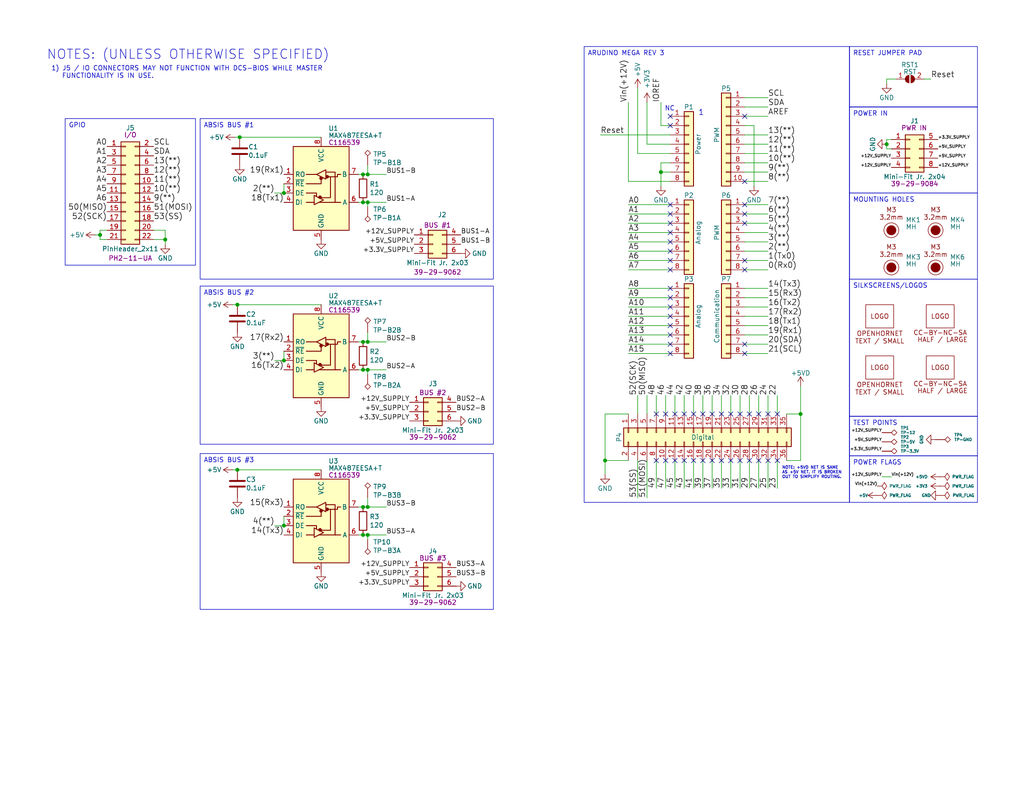
<source format=kicad_sch>
(kicad_sch (version 20231120) (generator "eeschema") (generator_version "8.0")
  (paper "A")
  (title_block (title "ABSIS RS485 Bus Master") (date "2024-10-06") (rev "5.0.0") (company "OpenHornet") (comment 1 "License: CC BY-NC-SA"))
  (junction (at 99.06 93.345))
  (junction (at 27.305 64.135))
  (junction (at 100.33 138.43))
  (junction (at 65.405 37.465))
  (junction (at 100.33 146.05))
  (junction (at 100.33 93.345))
  (junction (at 180.34 46.99))
  (junction (at 99.06 100.965))
  (junction (at 99.06 146.05))
  (junction (at 64.77 128.27))
  (junction (at 77.47 98.425))
  (junction (at 64.77 83.185))
  (junction (at 100.33 47.625))
  (junction (at 77.47 52.705))
  (junction (at 99.06 138.43))
  (junction (at 45.085 65.405))
  (junction (at 165.1 125.73))
  (junction (at 77.47 143.51))
  (junction (at 99.06 55.245))
  (junction (at 218.44 113.03))
  (junction (at 241.935 39.37))
  (junction (at 99.06 47.625))
  (junction (at 100.33 55.245))
  (junction (at 100.33 100.965))
  (no_connect (at 186.69 113.03))
  (no_connect (at 201.93 113.03))
  (no_connect (at 184.15 113.03))
  (no_connect (at 182.88 60.96))
  (no_connect (at 203.2 60.96))
  (no_connect (at 182.88 55.88))
  (no_connect (at 184.15 125.73))
  (no_connect (at 186.69 125.73))
  (no_connect (at 182.88 58.42))
  (no_connect (at 182.88 81.28))
  (no_connect (at 199.39 113.03))
  (no_connect (at 196.85 125.73))
  (no_connect (at 182.88 78.74))
  (no_connect (at 182.88 86.36))
  (no_connect (at 201.93 125.73))
  (no_connect (at 203.2 49.53))
  (no_connect (at 182.88 34.29))
  (no_connect (at 182.88 91.44))
  (no_connect (at 212.09 125.73))
  (no_connect (at 196.85 113.03))
  (no_connect (at 203.2 96.52))
  (no_connect (at 191.77 125.73))
  (no_connect (at 203.2 58.42))
  (no_connect (at 179.07 125.73))
  (no_connect (at 182.88 68.58))
  (no_connect (at 191.77 113.03))
  (no_connect (at 189.23 125.73))
  (no_connect (at 203.2 55.88))
  (no_connect (at 207.01 113.03))
  (no_connect (at 182.88 88.9))
  (no_connect (at 182.88 66.04))
  (no_connect (at 182.88 96.52))
  (no_connect (at 181.61 125.73))
  (no_connect (at 209.55 125.73))
  (no_connect (at 203.2 71.12))
  (no_connect (at 209.55 113.03))
  (no_connect (at 207.01 125.73))
  (no_connect (at 182.88 71.12))
  (no_connect (at 199.39 125.73))
  (no_connect (at 194.31 125.73))
  (no_connect (at 189.23 113.03))
  (no_connect (at 203.2 31.75))
  (no_connect (at 204.47 125.73))
  (no_connect (at 182.88 93.98))
  (no_connect (at 204.47 113.03))
  (no_connect (at 179.07 113.03))
  (no_connect (at 182.88 73.66))
  (no_connect (at 212.09 113.03))
  (no_connect (at 182.88 63.5))
  (no_connect (at 203.2 93.98))
  (no_connect (at 182.88 31.75))
  (no_connect (at 182.88 83.82))
  (no_connect (at 203.2 73.66))
  (no_connect (at 181.61 113.03))
  (no_connect (at 194.31 113.03))
  (wire (pts (xy 27.305 64.135) (xy 27.305 62.865)))
  (wire (pts (xy 203.2 26.67) (xy 209.55 26.67)))
  (wire (pts (xy 97.79 55.245) (xy 99.06 55.245)))
  (wire (pts (xy 203.2 68.58) (xy 209.55 68.58)))
  (wire (pts (xy 171.45 113.03) (xy 165.1 113.03)))
  (wire (pts (xy 203.2 86.36) (xy 209.55 86.36)))
  (wire (pts (xy 100.33 47.625) (xy 105.41 47.625)))
  (wire (pts (xy 209.55 60.96) (xy 203.2 60.96)))
  (wire (pts (xy 97.79 93.345) (xy 99.06 93.345)))
  (wire (pts (xy 171.45 63.5) (xy 182.88 63.5)))
  (wire (pts (xy 182.88 71.12) (xy 171.45 71.12)))
  (wire (pts (xy 100.33 102.235) (xy 100.33 100.965)))
  (wire (pts (xy 100.33 45.085) (xy 100.33 47.625)))
  (wire (pts (xy 97.79 47.625) (xy 99.06 47.625)))
  (wire (pts (xy 182.88 93.98) (xy 171.45 93.98)))
  (wire (pts (xy 99.06 47.625) (xy 100.33 47.625)))
  (wire (pts (xy 176.53 125.73) (xy 176.53 135.89)))
  (wire (pts (xy 182.88 88.9) (xy 171.45 88.9)))
  (wire (pts (xy 203.2 31.75) (xy 209.55 31.75)))
  (wire (pts (xy 163.83 36.83) (xy 182.88 36.83)))
  (wire (pts (xy 212.09 125.73) (xy 212.09 133.35)))
  (wire (pts (xy 100.33 135.89) (xy 100.33 138.43)))
  (wire (pts (xy 186.69 113.03) (xy 186.69 107.95)))
  (wire (pts (xy 41.91 65.405) (xy 45.085 65.405)))
  (wire (pts (xy 209.55 88.9) (xy 203.2 88.9)))
  (wire (pts (xy 209.55 93.98) (xy 203.2 93.98)))
  (wire (pts (xy 181.61 125.73) (xy 181.61 133.35)))
  (wire (pts (xy 203.2 91.44) (xy 209.55 91.44)))
  (wire (pts (xy 171.45 68.58) (xy 182.88 68.58)))
  (wire (pts (xy 194.31 113.03) (xy 194.31 107.95)))
  (wire (pts (xy 182.88 66.04) (xy 171.45 66.04)))
  (wire (pts (xy 171.45 91.44) (xy 182.88 91.44)))
  (wire (pts (xy 241.935 40.64) (xy 241.935 39.37)))
  (wire (pts (xy 171.45 96.52) (xy 182.88 96.52)))
  (wire (pts (xy 209.55 29.21) (xy 203.2 29.21)))
  (wire (pts (xy 207.01 125.73) (xy 207.01 133.35)))
  (wire (pts (xy 171.45 73.66) (xy 182.88 73.66)))
  (wire (pts (xy 100.33 55.245) (xy 105.41 55.245)))
  (wire (pts (xy 241.935 22.86) (xy 241.935 21.59)))
  (wire (pts (xy 199.39 125.73) (xy 199.39 133.35)))
  (wire (pts (xy 218.44 125.73) (xy 214.63 125.73)))
  (wire (pts (xy 207.01 113.03) (xy 207.01 107.95)))
  (wire (pts (xy 194.31 125.73) (xy 194.31 133.35)))
  (wire (pts (xy 165.1 125.73) (xy 165.1 129.54)))
  (wire (pts (xy 204.47 113.03) (xy 204.47 107.95)))
  (wire (pts (xy 209.55 78.74) (xy 203.2 78.74)))
  (wire (pts (xy 64.135 37.465) (xy 65.405 37.465)))
  (wire (pts (xy 97.79 146.05) (xy 99.06 146.05)))
  (wire (pts (xy 100.33 138.43) (xy 105.41 138.43)))
  (wire (pts (xy 165.1 113.03) (xy 165.1 125.73)))
  (wire (pts (xy 252.095 21.59) (xy 254 21.59)))
  (wire (pts (xy 203.2 36.83) (xy 209.55 36.83)))
  (wire (pts (xy 64.77 128.27) (xy 87.63 128.27)))
  (wire (pts (xy 189.23 125.73) (xy 189.23 133.35)))
  (wire (pts (xy 27.305 65.405) (xy 27.305 64.135)))
  (wire (pts (xy 173.99 125.73) (xy 173.99 135.89)))
  (wire (pts (xy 182.88 78.74) (xy 171.45 78.74)))
  (wire (pts (xy 184.15 113.03) (xy 184.15 107.95)))
  (wire (pts (xy 99.06 146.05) (xy 100.33 146.05)))
  (wire (pts (xy 100.33 100.965) (xy 105.41 100.965)))
  (wire (pts (xy 99.06 100.965) (xy 100.33 100.965)))
  (wire (pts (xy 173.99 41.91) (xy 182.88 41.91)))
  (wire (pts (xy 218.44 113.03) (xy 214.63 113.03)))
  (wire (pts (xy 184.15 125.73) (xy 184.15 133.35)))
  (wire (pts (xy 180.34 44.45) (xy 180.34 46.99)))
  (wire (pts (xy 209.55 55.88) (xy 203.2 55.88)))
  (wire (pts (xy 176.53 27.94) (xy 176.53 39.37)))
  (wire (pts (xy 182.88 49.53) (xy 171.45 49.53)))
  (wire (pts (xy 173.99 24.13) (xy 173.99 41.91)))
  (wire (pts (xy 209.55 125.73) (xy 209.55 133.35)))
  (wire (pts (xy 100.33 56.515) (xy 100.33 55.245)))
  (wire (pts (xy 97.79 100.965) (xy 99.06 100.965)))
  (wire (pts (xy 186.69 125.73) (xy 186.69 133.35)))
  (wire (pts (xy 212.09 113.03) (xy 212.09 107.95)))
  (wire (pts (xy 179.07 113.03) (xy 179.07 107.95)))
  (wire (pts (xy 179.07 125.73) (xy 179.07 133.35)))
  (wire (pts (xy 41.91 62.865) (xy 45.085 62.865)))
  (wire (pts (xy 218.44 113.03) (xy 218.44 125.73)))
  (wire (pts (xy 182.88 83.82) (xy 171.45 83.82)))
  (wire (pts (xy 171.45 125.73) (xy 165.1 125.73)))
  (wire (pts (xy 77.47 50.165) (xy 77.47 52.705)))
  (wire (pts (xy 74.93 143.51) (xy 77.47 143.51)))
  (wire (pts (xy 176.53 39.37) (xy 182.88 39.37)))
  (wire (pts (xy 171.45 49.53) (xy 171.45 27.94)))
  (wire (pts (xy 65.405 37.465) (xy 87.63 37.465)))
  (wire (pts (xy 26.035 64.135) (xy 27.305 64.135)))
  (wire (pts (xy 27.305 62.865) (xy 29.21 62.865)))
  (wire (pts (xy 99.06 138.43) (xy 100.33 138.43)))
  (wire (pts (xy 203.2 63.5) (xy 209.55 63.5)))
  (wire (pts (xy 63.5 128.27) (xy 64.77 128.27)))
  (wire (pts (xy 100.33 90.805) (xy 100.33 93.345)))
  (wire (pts (xy 191.77 113.03) (xy 191.77 107.95)))
  (wire (pts (xy 205.74 34.29) (xy 203.2 34.29)))
  (wire (pts (xy 203.2 73.66) (xy 209.55 73.66)))
  (wire (pts (xy 182.88 60.96) (xy 171.45 60.96)))
  (wire (pts (xy 203.2 81.28) (xy 209.55 81.28)))
  (wire (pts (xy 29.21 65.405) (xy 27.305 65.405)))
  (wire (pts (xy 74.93 98.425) (xy 77.47 98.425)))
  (wire (pts (xy 99.06 55.245) (xy 100.33 55.245)))
  (wire (pts (xy 176.53 113.03) (xy 176.53 107.95)))
  (wire (pts (xy 241.935 38.1) (xy 241.935 39.37)))
  (wire (pts (xy 191.77 125.73) (xy 191.77 133.35)))
  (wire (pts (xy 203.2 41.91) (xy 209.55 41.91)))
  (wire (pts (xy 209.55 39.37) (xy 203.2 39.37)))
  (wire (pts (xy 196.85 113.03) (xy 196.85 107.95)))
  (wire (pts (xy 203.2 49.53) (xy 209.55 49.53)))
  (wire (pts (xy 97.79 138.43) (xy 99.06 138.43)))
  (wire (pts (xy 182.88 44.45) (xy 180.34 44.45)))
  (wire (pts (xy 182.88 55.88) (xy 171.45 55.88)))
  (wire (pts (xy 182.88 46.99) (xy 180.34 46.99)))
  (wire (pts (xy 209.55 83.82) (xy 203.2 83.82)))
  (wire (pts (xy 201.93 113.03) (xy 201.93 107.95)))
  (wire (pts (xy 64.77 83.185) (xy 87.63 83.185)))
  (wire (pts (xy 209.55 66.04) (xy 203.2 66.04)))
  (wire (pts (xy 100.33 146.05) (xy 105.41 146.05)))
  (wire (pts (xy 209.55 71.12) (xy 203.2 71.12)))
  (wire (pts (xy 180.34 34.29) (xy 180.34 27.94)))
  (wire (pts (xy 189.23 113.03) (xy 189.23 107.95)))
  (wire (pts (xy 182.88 34.29) (xy 180.34 34.29)))
  (wire (pts (xy 100.33 147.32) (xy 100.33 146.05)))
  (wire (pts (xy 77.47 95.885) (xy 77.47 98.425)))
  (wire (pts (xy 100.33 93.345) (xy 105.41 93.345)))
  (wire (pts (xy 241.935 21.59) (xy 244.475 21.59)))
  (wire (pts (xy 204.47 125.73) (xy 204.47 133.35)))
  (wire (pts (xy 181.61 113.03) (xy 181.61 107.95)))
  (wire (pts (xy 203.2 96.52) (xy 209.55 96.52)))
  (wire (pts (xy 180.34 46.99) (xy 180.34 50.8)))
  (wire (pts (xy 243.205 40.64) (xy 241.935 40.64)))
  (wire (pts (xy 63.5 83.185) (xy 64.77 83.185)))
  (wire (pts (xy 99.06 93.345) (xy 100.33 93.345)))
  (wire (pts (xy 171.45 86.36) (xy 182.88 86.36)))
  (wire (pts (xy 218.44 105.41) (xy 218.44 113.03)))
  (wire (pts (xy 209.55 113.03) (xy 209.55 107.95)))
  (wire (pts (xy 45.085 62.865) (xy 45.085 65.405)))
  (wire (pts (xy 171.45 81.28) (xy 182.88 81.28)))
  (wire (pts (xy 240.665 130.175) (xy 243.205 130.175)))
  (wire (pts (xy 45.085 66.675) (xy 45.085 65.405)))
  (wire (pts (xy 173.99 113.03) (xy 173.99 107.95)))
  (wire (pts (xy 196.85 125.73) (xy 196.85 133.35)))
  (wire (pts (xy 209.55 46.99) (xy 203.2 46.99)))
  (wire (pts (xy 241.935 38.1) (xy 243.205 38.1)))
  (wire (pts (xy 74.93 52.705) (xy 77.47 52.705)))
  (wire (pts (xy 203.2 44.45) (xy 209.55 44.45)))
  (wire (pts (xy 199.39 113.03) (xy 199.39 107.95)))
  (wire (pts (xy 203.2 58.42) (xy 209.55 58.42)))
  (wire (pts (xy 171.45 58.42) (xy 182.88 58.42)))
  (wire (pts (xy 201.93 125.73) (xy 201.93 133.35)))
  (wire (pts (xy 77.47 140.97) (xy 77.47 143.51)))
  (wire (pts (xy 205.74 50.8) (xy 205.74 34.29)))
  (text_box "MOUNTING HOLES" (at 231.775 52.705 0) (size 34.925 23.495) (effects (font (size 1.27 1.27)) (justify left top)))
  (text_box "TEST POINTS" (at 231.775 113.665 0) (size 34.925 10.795) (effects (font (size 1.27 1.27)) (justify left top)))
  (text_box "SILKSCREENS/LOGOS" (at 231.775 76.2 0) (size 34.925 37.465) (effects (font (size 1.27 1.27)) (justify left top)))
  (text_box "ABSIS BUS #2" (at 54.61 78.105 0) (size 80.01 43.18) (effects (font (size 1.27 1.27)) (justify left top)))
  (text_box "ABSIS BUS #1" (at 54.61 32.385 0) (size 80.01 43.815) (effects (font (size 1.27 1.27)) (justify left top)))
  (text_box "GPIO" (at 17.78 32.385 0) (size 35.56 40.005) (effects (font (size 1.27 1.27)) (justify left top)))
  (text_box "ARUDINO MEGA REV 3" (at 159.385 12.7 0) (size 72.39 124.46) (effects (font (size 1.27 1.27)) (justify left top)))
  (text_box "POWER IN" (at 231.775 29.21 0) (size 34.925 23.495) (effects (font (size 1.27 1.27)) (justify left top)))
  (text_box "RESET JUMPER PAD" (at 231.775 12.7 0) (size 34.925 16.51) (effects (font (size 1.27 1.27)) (justify left top)))
  (text_box "POWER FLAGS" (at 231.775 124.46 0) (size 34.925 12.7) (effects (font (size 1.27 1.27)) (justify left top)))
  (text_box "ABSIS BUS #3" (at 54.61 123.825 0) (size 80.01 42.545) (effects (font (size 1.27 1.27)) (justify left top)))
  (text "NC" (at 184.15 30.48 0) (effects (font (size 1.27 1.27)) (justify right bottom)))
  (text "NOTES: (UNLESS OTHERWISE SPECIFIED)" (at 12.7 16.51 0) (effects (font (size 2.54 2.54)) (justify left bottom)))
  (text "NOTE: +5VD NET IS SAME \nAS +5V NET. IT IS BROKEN \nOUT TO SIMPLIFY ROUTING." (at 213.36 130.81 0) (effects (font (size 0.7874 0.7874)) (justify left bottom)))
  (text "1) J5 / IO CONNECTORS MAY NOT FUNCTION WITH DCS-BIOS WHILE MASTER \n   FUNCTIONALITY IS IN USE." (at 13.97 21.59 0) (effects (font (size 1.27 1.27)) (justify left bottom)))
  (text "1" (at 190.5 31.75 0) (effects (font (size 1.524 1.524)) (justify left bottom)))
  (label "12(**)" (at 209.55 39.37 0) (effects (font (size 1.524 1.524))))
  (label "4(**)" (at 74.93 143.51 180) (effects (font (size 1.524 1.524))))
  (label "22" (at 212.09 107.95 90) (effects (font (size 1.524 1.524))))
  (label "24" (at 209.55 107.95 90) (effects (font (size 1.524 1.524))))
  (label "14(Tx3)" (at 77.47 146.05 180) (effects (font (size 1.524 1.524))))
  (label "5(**)" (at 209.55 60.96 0) (effects (font (size 1.524 1.524))))
  (label "53(SS)" (at 41.91 60.325 0) (effects (font (size 1.524 1.524))))
  (label "SDA" (at 209.55 29.21 0) (effects (font (size 1.524 1.524))))
  (label "43" (at 186.69 133.35 90) (effects (font (size 1.524 1.524))))
  (label "A13" (at 171.45 91.44 0) (effects (font (size 1.524 1.524))))
  (label "Reset" (at 254 21.59 0) (effects (font (size 1.524 1.524))))
  (label "A0" (at 171.45 55.88 0) (effects (font (size 1.524 1.524))))
  (label "52(SCK)" (at 29.21 60.325 180) (effects (font (size 1.524 1.524))))
  (label "52(SCK)" (at 173.99 107.95 90) (effects (font (size 1.524 1.524))))
  (label "4(**)" (at 209.55 63.5 0) (effects (font (size 1.524 1.524))))
  (label "32" (at 199.39 107.95 90) (effects (font (size 1.524 1.524))))
  (label "BUS1-A" (at 105.41 55.245 0))
  (label "BUS2-A" (at 124.46 109.855 0))
  (label "15(Rx3)" (at 77.47 138.43 180) (effects (font (size 1.524 1.524))))
  (label "51(MOSI)" (at 41.91 57.785 0) (effects (font (size 1.524 1.524))))
  (label "A6" (at 171.45 71.12 0) (effects (font (size 1.524 1.524))))
  (label "+3.3V_SUPPLY" (at 113.03 69.215 180))
  (label "23" (at 212.09 133.35 90) (effects (font (size 1.524 1.524))))
  (label "BUS3-A" (at 124.46 154.94 0))
  (label "A2" (at 29.21 45.085 180) (effects (font (size 1.524 1.524))))
  (label "9(**)" (at 41.91 55.245 0) (effects (font (size 1.524 1.524))))
  (label "18(Tx1)" (at 209.55 88.9 0) (effects (font (size 1.524 1.524))))
  (label "A7" (at 171.45 73.66 0) (effects (font (size 1.524 1.524))))
  (label "34" (at 196.85 107.95 90) (effects (font (size 1.524 1.524))))
  (label "3(**)" (at 209.55 66.04 0) (effects (font (size 1.524 1.524))))
  (label "BUS2-A" (at 105.41 100.965 0))
  (label "+5V_SUPPLY" (at 255.905 43.18 0) (effects (font (size 0.7874 0.7874))))
  (label "BUS1-A" (at 125.73 64.135 0))
  (label "49" (at 179.07 133.35 90) (effects (font (size 1.524 1.524))))
  (label "15(Rx3)" (at 209.55 81.28 0) (effects (font (size 1.524 1.524))))
  (label "14(Tx3)" (at 209.55 78.74 0) (effects (font (size 1.524 1.524))))
  (label "27" (at 207.01 133.35 90) (effects (font (size 1.524 1.524))))
  (label "BUS2-B" (at 124.46 112.395 0))
  (label "25" (at 209.55 133.35 90) (effects (font (size 1.524 1.524))))
  (label "A3" (at 171.45 63.5 0) (effects (font (size 1.524 1.524))))
  (label "A10" (at 171.45 83.82 0) (effects (font (size 1.524 1.524))))
  (label "+12V_SUPPLY" (at 255.905 45.72 0) (effects (font (size 0.7874 0.7874))))
  (label "12(**)" (at 41.91 47.625 0) (effects (font (size 1.524 1.524))))
  (label "BUS1-B" (at 105.41 47.625 0))
  (label "Vin(+12V)" (at 171.45 27.94 90) (effects (font (size 1.524 1.524))))
  (label "+12V_SUPPLY" (at 243.205 45.72 180) (effects (font (size 0.7874 0.7874))))
  (label "18(Tx1)" (at 77.47 55.245 180) (effects (font (size 1.524 1.524))))
  (label "AREF" (at 209.55 31.75 0) (effects (font (size 1.524 1.524))))
  (label "A14" (at 171.45 93.98 0) (effects (font (size 1.524 1.524))))
  (label "38" (at 191.77 107.95 90) (effects (font (size 1.524 1.524))))
  (label "1(Tx0)" (at 209.55 71.12 0) (effects (font (size 1.524 1.524))))
  (label "A11" (at 171.45 86.36 0) (effects (font (size 1.524 1.524))))
  (label "+3.3V_SUPPLY" (at 111.76 160.02 180))
  (label "36" (at 194.31 107.95 90) (effects (font (size 1.524 1.524))))
  (label "BUS3-B" (at 105.41 138.43 0))
  (label "SCL" (at 209.55 26.67 0) (effects (font (size 1.524 1.524))))
  (label "19(Rx1)" (at 209.55 91.44 0) (effects (font (size 1.524 1.524))))
  (label "31" (at 201.93 133.35 90) (effects (font (size 1.524 1.524))))
  (label "16(Tx2)" (at 209.55 83.82 0) (effects (font (size 1.524 1.524))))
  (label "8(**)" (at 209.55 49.53 0) (effects (font (size 1.524 1.524))))
  (label "+12V_SUPPLY" (at 113.03 64.135 180))
  (label "45" (at 184.15 133.35 90) (effects (font (size 1.524 1.524))))
  (label "37" (at 194.31 133.35 90) (effects (font (size 1.524 1.524))))
  (label "A15" (at 171.45 96.52 0) (effects (font (size 1.524 1.524))))
  (label "A2" (at 171.45 60.96 0) (effects (font (size 1.524 1.524))))
  (label "26" (at 207.01 107.95 90) (effects (font (size 1.524 1.524))))
  (label "44" (at 184.15 107.95 90) (effects (font (size 1.524 1.524))))
  (label "10(**)" (at 209.55 44.45 0) (effects (font (size 1.524 1.524))))
  (label "41" (at 189.23 133.35 90) (effects (font (size 1.524 1.524))))
  (label "33" (at 199.39 133.35 90) (effects (font (size 1.524 1.524))))
  (label "BUS2-B" (at 105.41 93.345 0))
  (label "11(**)" (at 209.55 41.91 0) (effects (font (size 1.524 1.524))))
  (label "50(MISO)" (at 176.53 107.95 90) (effects (font (size 1.524 1.524))))
  (label "3(**)" (at 74.93 98.425 180) (effects (font (size 1.524 1.524))))
  (label "+3.3V_SUPPLY" (at 240.665 123.19 180) (effects (font (size 0.7874 0.7874))))
  (label "A5" (at 171.45 68.58 0) (effects (font (size 1.524 1.524))))
  (label "+5V_SUPPLY" (at 111.76 112.395 180))
  (label "28" (at 204.47 107.95 90) (effects (font (size 1.524 1.524))))
  (label "A4" (at 29.21 50.165 180) (effects (font (size 1.524 1.524))))
  (label "17(Rx2)" (at 209.55 86.36 0) (effects (font (size 1.524 1.524))))
  (label "SCL" (at 41.91 40.005 0) (effects (font (size 1.524 1.524))))
  (label "+5V_SUPPLY" (at 113.03 66.675 180))
  (label "2(**)" (at 74.93 52.705 180) (effects (font (size 1.524 1.524))))
  (label "A3" (at 29.21 47.625 180) (effects (font (size 1.524 1.524))))
  (label "+3.3V_SUPPLY" (at 111.76 114.935 180))
  (label "40" (at 189.23 107.95 90) (effects (font (size 1.524 1.524))))
  (label "BUS3-B" (at 124.46 157.48 0))
  (label "A8" (at 171.45 78.74 0) (effects (font (size 1.524 1.524))))
  (label "30" (at 201.93 107.95 90) (effects (font (size 1.524 1.524))))
  (label "IOREF" (at 180.34 27.94 90) (effects (font (size 1.524 1.524))))
  (label "9(**)" (at 209.55 46.99 0) (effects (font (size 1.524 1.524))))
  (label "A0" (at 29.21 40.005 180) (effects (font (size 1.524 1.524))))
  (label "A1" (at 29.21 42.545 180) (effects (font (size 1.524 1.524))))
  (label "53(SS)" (at 173.99 135.89 90) (effects (font (size 1.524 1.524))))
  (label "20(SDA)" (at 209.55 93.98 0) (effects (font (size 1.524 1.524))))
  (label "13(**)" (at 209.55 36.83 0) (effects (font (size 1.524 1.524))))
  (label "21(SCL)" (at 209.55 96.52 0) (effects (font (size 1.524 1.524))))
  (label "+5V_SUPPLY" (at 240.665 120.65 180) (effects (font (size 0.7874 0.7874))))
  (label "50(MISO)" (at 29.21 57.785 180) (effects (font (size 1.524 1.524))))
  (label "0(Rx0)" (at 209.55 73.66 0) (effects (font (size 1.524 1.524))))
  (label "17(Rx2)" (at 77.47 93.345 180) (effects (font (size 1.524 1.524))))
  (label "16(Tx2)" (at 77.47 100.965 180) (effects (font (size 1.524 1.524))))
  (label "7(**)" (at 209.55 55.88 0) (effects (font (size 1.524 1.524))))
  (label "+12V_SUPPLY" (at 240.665 118.11 180) (effects (font (size 0.7874 0.7874))))
  (label "51(MOSI)" (at 176.53 135.89 90) (effects (font (size 1.524 1.524))))
  (label "2(**)" (at 209.55 68.58 0) (effects (font (size 1.524 1.524))))
  (label "42" (at 186.69 107.95 90) (effects (font (size 1.524 1.524))))
  (label "+12V_SUPPLY" (at 111.76 109.855 180))
  (label "A12" (at 171.45 88.9 0) (effects (font (size 1.524 1.524))))
  (label "11(**)" (at 41.91 50.165 0) (effects (font (size 1.524 1.524))))
  (label "13(**)" (at 41.91 45.085 0) (effects (font (size 1.524 1.524))))
  (label "29" (at 204.47 133.35 90) (effects (font (size 1.524 1.524))))
  (label "+12V_SUPPLY" (at 240.665 130.175 180) (effects (font (size 0.7874 0.7874))))
  (label "6(**)" (at 209.55 58.42 0) (effects (font (size 1.524 1.524))))
  (label "A5" (at 29.21 52.705 180) (effects (font (size 1.524 1.524))))
  (label "A9" (at 171.45 81.28 0) (effects (font (size 1.524 1.524))))
  (label "Vin(+12V)" (at 239.395 132.715 180) (effects (font (size 0.7874 0.7874))))
  (label "BUS1-B" (at 125.73 66.675 0))
  (label "A4" (at 171.45 66.04 0) (effects (font (size 1.524 1.524))))
  (label "48" (at 179.07 107.95 90) (effects (font (size 1.524 1.524))))
  (label "+12V_SUPPLY" (at 243.205 43.18 180) (effects (font (size 0.7874 0.7874))))
  (label "39" (at 191.77 133.35 90) (effects (font (size 1.524 1.524))))
  (label "+3.3V_SUPPLY" (at 255.905 38.1 0) (effects (font (size 0.7874 0.7874))))
  (label "+5V_SUPPLY" (at 255.905 40.64 0) (effects (font (size 0.7874 0.7874))))
  (label "10(**)" (at 41.91 52.705 0) (effects (font (size 1.524 1.524))))
  (label "46" (at 181.61 107.95 90) (effects (font (size 1.524 1.524))))
  (label "A6" (at 29.21 55.245 180) (effects (font (size 1.524 1.524))))
  (label "47" (at 181.61 133.35 90) (effects (font (size 1.524 1.524))))
  (label "BUS3-A" (at 105.41 146.05 0))
  (label "SDA" (at 41.91 42.545 0) (effects (font (size 1.524 1.524))))
  (label "+12V_SUPPLY" (at 111.76 154.94 180))
  (label "35" (at 196.85 133.35 90) (effects (font (size 1.524 1.524))))
  (label "Reset" (at 163.83 36.83 0) (effects (font (size 1.524 1.524))))
  (label "+5V_SUPPLY" (at 111.76 157.48 180))
  (label "Vin(+12V)" (at 243.205 130.175 0) (effects (font (size 0.7874 0.7874))))
  (label "A1" (at 171.45 58.42 0) (effects (font (size 1.524 1.524))))
  (label "19(Rx1)" (at 77.47 47.625 180) (effects (font (size 1.524 1.524))))
  (symbol (lib_id "power:GND") (at 180.34 50.8 0) (unit 1)
    (property "Reference" "#PWR0103" (effects (hide yes)))
    (property "Value" "GND" (at 180.34 54.61 0))
  )
  (symbol (lib_id "power:GND") (at 205.74 50.8 0) (unit 1)
    (property "Reference" "#PWR0104" (effects (hide yes)))
    (property "Value" "GND" (at 205.74 54.61 0))
  )
  (symbol (lib_id "Connector_Generic:Conn_01x08") (at 198.12 63.5 0) (mirror y) (unit 1)
    (property "Reference" "P6" (at 198.12 53.34 0))
    (property "Value" "PWM" (at 195.58 63.5 90))
    (property "Footprint" "Connector_PinHeader_2.54mm:PinHeader_1x08_P2.54mm_Vertical" (effects (hide yes)))
  )
  (symbol (lib_id "Connector_Generic:Conn_01x08") (at 187.96 86.36 0) (unit 1)
    (property "Reference" "P3" (at 187.96 76.2 0))
    (property "Value" "Analog" (at 190.5 86.36 90))
    (property "Footprint" "Connector_PinHeader_2.54mm:PinHeader_1x08_P2.54mm_Vertical" (effects (hide yes)))
  )
  (symbol (lib_id "power:GND") (at 165.1 129.54 0) (unit 1)
    (property "Reference" "#PWR0105" (effects (hide yes)))
    (property "Value" "GND" (at 165.1 133.35 0))
  )
  (symbol (lib_id "OH_Symbols:MountingHole_M3_3.2mm") (at 243.205 62.865 180) (unit 1) (exclude_from_sim yes) (in_bom no)
    (property "Reference" "MK1" (at 247.1167 60.0202 0) (effects (justify right)))
    (property "Value" "MH" (at 247.1167 61.9412 0) (effects (justify right)))
    (property "Footprint" "OH_Footprints:MountingHole_3.2mm_M3_DIN965" (effects (hide yes)))
  )
  (symbol (lib_id "OH_Symbols:MountingHole_M3_3.2mm") (at 243.205 73.025 180) (unit 1) (exclude_from_sim yes) (in_bom no)
    (property "Reference" "MK3" (at 247.1167 70.1802 0) (effects (justify right)))
    (property "Value" "MH" (at 247.1167 72.1012 0) (effects (justify right)))
    (property "Footprint" "OH_Footprints:MountingHole_3.2mm_M3_DIN965" (effects (hide yes)))
  )
  (symbol (lib_id "OH_Symbols:MountingHole_M3_3.2mm") (at 255.27 62.865 180) (unit 1) (exclude_from_sim yes) (in_bom no)
    (property "Reference" "MK4" (at 259.1817 60.0202 0) (effects (justify right)))
    (property "Value" "MH" (at 259.1817 61.9412 0) (effects (justify right)))
    (property "Footprint" "OH_Footprints:MountingHole_3.2mm_M3_DIN965" (effects (hide yes)))
  )
  (symbol (lib_id "OH_Symbols:MountingHole_M3_3.2mm") (at 255.27 73.025 180) (unit 1) (exclude_from_sim yes) (in_bom no)
    (property "Reference" "MK6" (at 259.1817 70.1802 0) (effects (justify right)))
    (property "Value" "MH" (at 259.1817 72.1012 0) (effects (justify right)))
    (property "Footprint" "OH_Footprints:MountingHole_3.2mm_M3_DIN965" (effects (hide yes)))
  )
  (symbol (lib_id "power:+5VD") (at 218.44 105.41 0) (unit 1)
    (property "Reference" "#PWR0106" (effects (hide yes)))
    (property "Value" "+5VD" (at 218.44 101.854 0))
  )
  (symbol (lib_id "OH_Symbols:Controller_MAX487E") (at 87.63 50.165 0) (unit 1)
    (property "Reference" "U1" (at 89.5859 35.0741 0) (effects (justify left)))
    (property "Value" "MAX487EESA+T" (at 89.5859 36.9951 0) (effects (justify left)))
    (property "Footprint" "OH_Footprints:SOIC-8_3.9x4.9mm_P1.27mm" (effects (hide yes)))
    (property "Datasheet" "https://datasheet.lcsc.com/szlcsc/Maxim-Integrated-MAX487EESA-T_C116539.pdf" (effects (hide yes)))
    (property "LCSC" "C116539" (at 89.5859 38.9161 0) (effects (justify left)))
    (property "Manufacturer PN" "MAX487EESA+T" (effects (hide yes)))
  )
  (symbol (lib_id "power:+5V") (at 239.395 135.255 90) (unit 1)
    (property "Reference" "#PWR0107" (effects (hide yes)))
    (property "Value" "+5V" (at 235.585 135.255 90) (effects (font (size 0.7874 0.7874))))
  )
  (symbol (lib_id "power:+3V3") (at 256.54 132.715 90) (unit 1)
    (property "Reference" "#PWR0108" (effects (hide yes)))
    (property "Value" "+3V3" (at 251.46 132.715 90) (effects (font (size 0.7874 0.7874))))
  )
  (symbol (lib_id "power:PWR_FLAG") (at 256.54 132.715 270) (unit 1)
    (property "Reference" "#FLG0101" (effects (hide yes)))
    (property "Value" "PWR_FLAG" (at 259.7912 132.715 90) (effects (font (size 0.7874 0.7874)) (justify left)))
  )
  (symbol (lib_id "power:PWR_FLAG") (at 239.395 135.255 270) (unit 1)
    (property "Reference" "#FLG0102" (effects (hide yes)))
    (property "Value" "PWR_FLAG" (at 242.6462 135.255 90) (effects (font (size 0.7874 0.7874)) (justify left)))
  )
  (symbol (lib_id "power:PWR_FLAG") (at 239.395 132.715 270) (unit 1)
    (property "Reference" "#FLG0103" (effects (hide yes)))
    (property "Value" "PWR_FLAG" (at 242.6462 132.715 90) (effects (font (size 0.7874 0.7874)) (justify left)))
  )
  (symbol (lib_id "power:PWR_FLAG") (at 256.54 135.255 270) (unit 1)
    (property "Reference" "#FLG0104" (effects (hide yes)))
    (property "Value" "PWR_FLAG" (at 262.89 135.255 90) (effects (font (size 0.7874 0.7874))))
  )
  (symbol (lib_id "Connector:TestPoint_Alt") (at 100.33 56.515 180) (unit 1)
    (property "Reference" "TP6" (at 101.8032 57.1754 0) (effects (justify right)))
    (property "Value" "TP-B1A" (at 101.8032 59.4868 0) (effects (justify right)))
    (property "Footprint" "TestPoint:TestPoint_THTPad_D1.5mm_Drill0.7mm" (effects (hide yes)))
  )
  (symbol (lib_id "Connector:TestPoint_Alt") (at 100.33 45.085 0) (unit 1)
    (property "Reference" "TP5" (at 101.8032 42.0878 0) (effects (justify left)))
    (property "Value" "TP-B1B" (at 101.8032 44.3992 0) (effects (justify left)))
    (property "Footprint" "TestPoint:TestPoint_THTPad_D1.5mm_Drill0.7mm" (effects (hide yes)))
  )
  (symbol (lib_id "Connector:TestPoint_Alt") (at 100.33 90.805 0) (unit 1)
    (property "Reference" "TP7" (at 101.8032 87.8078 0) (effects (justify left)))
    (property "Value" "TP-B2B" (at 101.8032 90.1192 0) (effects (justify left)))
    (property "Footprint" "TestPoint:TestPoint_THTPad_D1.5mm_Drill0.7mm" (effects (hide yes)))
  )
  (symbol (lib_id "Connector:TestPoint_Alt") (at 100.33 102.235 180) (unit 1)
    (property "Reference" "TP8" (at 101.8032 102.8954 0) (effects (justify right)))
    (property "Value" "TP-B2A" (at 101.8032 105.2068 0) (effects (justify right)))
    (property "Footprint" "TestPoint:TestPoint_THTPad_D1.5mm_Drill0.7mm" (effects (hide yes)))
  )
  (symbol (lib_id "Connector:TestPoint_Alt") (at 100.33 147.32 180) (unit 1)
    (property "Reference" "TP10" (at 101.8032 147.9804 0) (effects (justify right)))
    (property "Value" "TP-B3A" (at 101.8032 150.2918 0) (effects (justify right)))
    (property "Footprint" "TestPoint:TestPoint_THTPad_D1.5mm_Drill0.7mm" (effects (hide yes)))
  )
  (symbol (lib_id "Connector:TestPoint_Alt") (at 100.33 135.89 0) (unit 1)
    (property "Reference" "TP9" (at 101.8032 132.8928 0) (effects (justify left)))
    (property "Value" "TP-B3B" (at 101.8032 135.2042 0) (effects (justify left)))
    (property "Footprint" "TestPoint:TestPoint_THTPad_D1.5mm_Drill0.7mm" (effects (hide yes)))
  )
  (symbol (lib_id "Connector_Generic:Conn_01x08") (at 187.96 39.37 0) (unit 1)
    (property "Reference" "P1" (at 187.96 29.21 0))
    (property "Value" "Power" (at 190.5 39.37 90))
    (property "Footprint" "Connector_PinHeader_2.54mm:PinHeader_1x08_P2.54mm_Vertical" (effects (hide yes)))
  )
  (symbol (lib_id "ABSIS_Bus_Master-rescue:+3.3V-power") (at 176.53 27.94 0) (unit 1)
    (property "Reference" "#PWR0101" (effects (hide yes)))
    (property "Value" "+3V3" (at 176.53 21.59 90))
  )
  (symbol (lib_id "power:+5V") (at 173.99 24.13 0) (unit 1)
    (property "Reference" "#PWR0102" (effects (hide yes)))
    (property "Value" "+5V" (at 173.99 19.05 90))
  )
  (symbol (lib_id "Connector_Generic:Conn_01x10") (at 198.12 36.83 0) (mirror y) (unit 1)
    (property "Reference" "P5" (at 198.12 24.13 0))
    (property "Value" "PWM" (at 195.58 36.83 90))
    (property "Footprint" "Connector_PinHeader_2.54mm:PinHeader_1x10_P2.54mm_Vertical" (effects (hide yes)))
  )
  (symbol (lib_id "Connector_Generic:Conn_01x08") (at 198.12 86.36 0) (mirror y) (unit 1)
    (property "Reference" "P7" (at 198.12 76.2 0))
    (property "Value" "Communication" (at 195.58 86.36 90))
    (property "Footprint" "Connector_PinHeader_2.54mm:PinHeader_1x08_P2.54mm_Vertical" (effects (hide yes)))
  )
  (symbol (lib_id "Connector_Generic:Conn_02x18_Odd_Even") (at 191.77 118.11 90) (mirror x) (unit 1)
    (property "Reference" "P4" (at 168.91 119.38 0))
    (property "Value" "Digital" (at 191.77 119.38 90))
    (property "Footprint" "Connector_PinHeader_2.54mm:PinHeader_2x18_P2.54mm_Vertical" (effects (hide yes)))
  )
  (symbol (lib_id "Connector:TestPoint_Alt") (at 240.665 123.19 270) (unit 1)
    (property "Reference" "TP3" (at 245.745 121.92 90) (effects (font (size 0.7874 0.7874)) (justify left)))
    (property "Value" "TP-3.3V" (at 245.745 123.19 90) (effects (font (size 0.7874 0.7874)) (justify left)))
    (property "Footprint" "TestPoint:TestPoint_THTPad_D1.5mm_Drill0.7mm" (effects (hide yes)))
  )
  (symbol (lib_id "Connector:TestPoint_Alt") (at 255.27 120.015 270) (unit 1)
    (property "Reference" "TP4" (at 260.35 118.745 90) (effects (font (size 0.7874 0.7874)) (justify left)))
    (property "Value" "TP-GND" (at 260.35 120.015 90) (effects (font (size 0.7874 0.7874)) (justify left)))
    (property "Footprint" "TestPoint:TestPoint_THTPad_D1.5mm_Drill0.7mm" (effects (hide yes)))
  )
  (symbol (lib_id "Device:R") (at 99.06 51.435 0) (unit 1)
    (property "Reference" "R1" (at 100.838 50.2666 0) (effects (justify left)))
    (property "Value" "120" (at 100.838 52.578 0) (effects (justify left)))
    (property "Footprint" "Resistor_SMD:R_0805_2012Metric_Pad1.15x1.40mm_HandSolder" (effects (hide yes)))
    (property "Datasheet" "https://datasheet.lcsc.com/szlcsc/Uniroyal-Elec-0805W8F1200T5E_C17437.pdf" (effects (hide yes)))
    (property "LCSC" "C17437" (effects (hide yes)))
  )
  (symbol (lib_id "OH_Symbols:Capacitor_0805_0.1uF") (at 65.405 41.275 0) (unit 1)
    (property "Reference" "C1" (at 67.7418 40.1066 0) (effects (justify left)))
    (property "Value" "0.1uF" (at 67.7418 42.418 0) (effects (justify left)))
    (property "Footprint" "OH_Footprints:C_0805_2012Metric" (effects (hide yes)))
    (property "Datasheet" "https://datasheet.lcsc.com/szlcsc/YAGEO-CChttps://datasheet.lcsc.com/szlcsc/YAGEO-https://datasheet.lcsc.com/szlcsc/YAGEO-CC0805KRX7R9BB104_C49678.pdf" (effects (hide yes)))
    (property "LCSC" "C49678" (effects (hide yes)))
    (property "Manufacturer PN" "CC0805KRX7R9BB104" (effects (hide yes)))
  )
  (symbol (lib_id "power:GND") (at 65.405 45.085 0) (unit 1)
    (property "Reference" "#PWR01" (effects (hide yes)))
    (property "Value" "GND" (at 65.405 48.895 0))
  )
  (symbol (lib_id "power:GND") (at 87.63 65.405 0) (unit 1)
    (property "Reference" "#PWR05" (effects (hide yes)))
    (property "Value" "GND" (at 87.63 69.215 0))
  )
  (symbol (lib_id "OH_Symbols:Molex_Mini-Fit_Jr._2x03") (at 119.38 66.675 0) (unit 1)
    (property "Reference" "J2" (at 120.65 58.6232 0))
    (property "Value" "Mini-Fit Jr. 2x03" (at 119.38 71.755 0))
    (property "Footprint" "OH_Footprints:Molex_Mini-Fit_Jr_5566-06A2_2x03_P4.20mm_Vertical" (effects (hide yes)))
    (property "Datasheet" "https://datasheet.lcsc.com/lcsc/2005291105_MOLEX-39299062_C505177.pdf" (effects (hide yes)))
    (property "PN" "039299067" (effects (hide yes)))
    (property "LCSC" "C505177" (effects (hide yes)))
    (property "Manufacturer PN" "39-29-9062" (at 119.38 74.295 0))
    (property "Silkscreen" "BUS #1" (at 119.3546 61.468 0))
  )
  (symbol (lib_id "power:GND") (at 125.73 69.215 90) (unit 1)
    (property "Reference" "#PWR011" (effects (hide yes)))
    (property "Value" "GND" (at 130.81 69.215 90))
  )
  (symbol (lib_id "power:GND") (at 241.935 39.37 270) (mirror x) (unit 1)
    (property "Reference" "#PWR0112" (effects (hide yes)))
    (property "Value" "GND" (at 238.125 39.37 0))
  )
  (symbol (lib_id "OH_Symbols:Molex_Mini-Fit_Jr._2x03") (at 118.11 112.395 0) (unit 1)
    (property "Reference" "J3" (at 118.11 104.775 0))
    (property "Value" "Mini-Fit Jr. 2x03" (at 118.11 117.475 0))
    (property "Footprint" "OH_Footprints:Molex_Mini-Fit_Jr_5566-06A2_2x03_P4.20mm_Vertical" (effects (hide yes)))
    (property "Datasheet" "https://datasheet.lcsc.com/lcsc/2005291105_MOLEX-39299062_C505177.pdf" (effects (hide yes)))
    (property "PN" "039299067" (effects (hide yes)))
    (property "LCSC" "C505177" (effects (hide yes)))
    (property "Manufacturer PN" "39-29-9062" (at 118.11 119.38 0))
    (property "Silkscreen" "BUS #2" (at 118.0846 107.188 0))
  )
  (symbol (lib_id "OH_Symbols:Molex_Mini-Fit_Jr._2x03") (at 118.11 157.48 0) (unit 1)
    (property "Reference" "J4" (at 118.11 150.495 0))
    (property "Value" "Mini-Fit Jr. 2x03" (at 118.11 162.56 0))
    (property "Footprint" "OH_Footprints:Molex_Mini-Fit_Jr_5566-06A2_2x03_P4.20mm_Vertical" (effects (hide yes)))
    (property "Datasheet" "https://datasheet.lcsc.com/lcsc/2005291105_MOLEX-39299062_C505177.pdf" (effects (hide yes)))
    (property "PN" "039299067" (effects (hide yes)))
    (property "LCSC" "C505177" (effects (hide yes)))
    (property "Manufacturer PN" "39-29-9062" (at 118.11 164.465 0))
    (property "Silkscreen" "BUS #3" (at 118.11 152.4 0))
  )
  (symbol (lib_id "power:+5V") (at 64.135 37.465 90) (unit 1)
    (property "Reference" "#PWR0113" (effects (hide yes)))
    (property "Value" "+5V" (at 59.055 37.465 90))
  )
  (symbol (lib_id "power:+5V") (at 63.5 83.185 90) (unit 1)
    (property "Reference" "#PWR0114" (effects (hide yes)))
    (property "Value" "+5V" (at 58.42 83.185 90))
  )
  (symbol (lib_id "power:+5V") (at 63.5 128.27 90) (unit 1)
    (property "Reference" "#PWR0115" (effects (hide yes)))
    (property "Value" "+5V" (at 58.42 128.27 90))
  )
  (symbol (lib_id "Connector_Generic:Conn_01x08") (at 187.96 63.5 0) (unit 1)
    (property "Reference" "P2" (at 187.96 53.34 0))
    (property "Value" "Analog" (at 190.5 63.5 90))
    (property "Footprint" "Connector_PinHeader_2.54mm:PinHeader_1x08_P2.54mm_Vertical" (effects (hide yes)))
  )
  (symbol (lib_id "power:GND") (at 256.54 135.255 270) (unit 1)
    (property "Reference" "#PWR0109" (effects (hide yes)))
    (property "Value" "GND" (at 252.73 135.255 90) (effects (font (size 0.7874 0.7874))))
  )
  (symbol (lib_id "Connector:TestPoint_Alt") (at 240.665 120.65 270) (unit 1)
    (property "Reference" "TP2" (at 245.745 119.38 90) (effects (font (size 0.7874 0.7874)) (justify left)))
    (property "Value" "TP-5V" (at 245.745 120.65 90) (effects (font (size 0.7874 0.7874)) (justify left)))
    (property "Footprint" "TestPoint:TestPoint_THTPad_D1.5mm_Drill0.7mm" (effects (hide yes)))
  )
  (symbol (lib_id "Connector:TestPoint_Alt") (at 240.665 118.11 270) (unit 1)
    (property "Reference" "TP1" (at 245.745 116.84 90) (effects (font (size 0.7874 0.7874)) (justify left)))
    (property "Value" "TP-12" (at 245.745 118.11 90) (effects (font (size 0.7874 0.7874)) (justify left)))
    (property "Footprint" "TestPoint:TestPoint_THTPad_D1.5mm_Drill0.7mm" (effects (hide yes)))
  )
  (symbol (lib_id "power:GND") (at 255.27 120.015 270) (unit 1)
    (property "Reference" "#PWR0110" (effects (hide yes)))
    (property "Value" "GND" (at 251.46 120.015 0) (effects (font (size 0.7874 0.7874))))
  )
  (symbol (lib_id "OH_Symbols:Molex_Mini-Fit_Jr._2x04") (at 248.285 40.64 0) (unit 1)
    (property "Reference" "J1" (at 249.555 33.02 0))
    (property "Value" "Mini-Fit Jr. 2x04" (at 249.555 48.26 0))
    (property "Footprint" "OH_Footprints:Molex_Mini-Fit_Jr_5566-08A2_2x04_P4.20mm_Vertical" (effects (hide yes)))
    (property "Datasheet" "https://datasheet.lcsc.com/lcsc/2007161933_MOLEX-39299084_C587470.pdf" (effects (hide yes)))
    (property "PN" "039299083" (effects (hide yes)))
    (property "LCSC" "C587470" (effects (hide yes)))
    (property "Manufacturer PN" "39-29-9084" (at 249.555 50.165 0))
    (property "Silkscreen" "PWR IN" (at 249.428 34.925 0))
  )
  (symbol (lib_id "OH_Symbols:Controller_MAX487E") (at 87.63 95.885 0) (unit 1)
    (property "Reference" "U2" (at 89.5859 80.7941 0) (effects (justify left)))
    (property "Value" "MAX487EESA+T" (at 89.5859 82.7151 0) (effects (justify left)))
    (property "Footprint" "OH_Footprints:SOIC-8_3.9x4.9mm_P1.27mm" (effects (hide yes)))
    (property "Datasheet" "https://datasheet.lcsc.com/szlcsc/Maxim-Integrated-MAX487EESA-T_C116539.pdf" (effects (hide yes)))
    (property "LCSC" "C116539" (at 89.5859 84.6361 0) (effects (justify left)))
    (property "Manufacturer PN" "MAX487EESA+T" (effects (hide yes)))
  )
  (symbol (lib_id "OH_Symbols:Capacitor_0805_0.1uF") (at 64.77 86.995 0) (unit 1)
    (property "Reference" "C2" (at 67.1068 85.8266 0) (effects (justify left)))
    (property "Value" "0.1uF" (at 67.1068 88.138 0) (effects (justify left)))
    (property "Footprint" "OH_Footprints:C_0805_2012Metric" (effects (hide yes)))
    (property "Datasheet" "https://datasheet.lcsc.com/szlcsc/YAGEO-CChttps://datasheet.lcsc.com/szlcsc/YAGEO-https://datasheet.lcsc.com/szlcsc/YAGEO-CC0805KRX7R9BB104_C49678.pdf" (effects (hide yes)))
    (property "LCSC" "C49678" (effects (hide yes)))
    (property "Manufacturer PN" "CC0805KRX7R9BB104" (effects (hide yes)))
  )
  (symbol (lib_id "power:GND") (at 64.77 90.805 0) (unit 1)
    (property "Reference" "#PWR02" (effects (hide yes)))
    (property "Value" "GND" (at 64.77 94.615 0))
  )
  (symbol (lib_id "power:GND") (at 87.63 111.125 0) (unit 1)
    (property "Reference" "#PWR06" (effects (hide yes)))
    (property "Value" "GND" (at 87.63 114.935 0))
  )
  (symbol (lib_id "power:GND") (at 124.46 114.935 90) (unit 1)
    (property "Reference" "#PWR012" (effects (hide yes)))
    (property "Value" "GND" (at 129.54 114.935 90))
  )
  (symbol (lib_id "Device:R") (at 99.06 97.155 0) (unit 1)
    (property "Reference" "R2" (at 100.838 95.9866 0) (effects (justify left)))
    (property "Value" "120" (at 100.838 98.298 0) (effects (justify left)))
    (property "Footprint" "Resistor_SMD:R_0805_2012Metric_Pad1.15x1.40mm_HandSolder" (effects (hide yes)))
    (property "Datasheet" "https://datasheet.lcsc.com/szlcsc/Uniroyal-Elec-0805W8F1200T5E_C17437.pdf" (effects (hide yes)))
    (property "LCSC" "C17437" (effects (hide yes)))
  )
  (symbol (lib_id "power:+5VD") (at 256.54 130.175 90) (unit 1)
    (property "Reference" "#PWR0111" (effects (hide yes)))
    (property "Value" "+5VD" (at 251.46 130.175 90) (effects (font (size 0.7874 0.7874))))
  )
  (symbol (lib_id "power:PWR_FLAG") (at 256.54 130.175 270) (unit 1)
    (property "Reference" "#FLG0105" (effects (hide yes)))
    (property "Value" "PWR_FLAG" (at 259.7912 130.175 90) (effects (font (size 0.7874 0.7874)) (justify left)))
  )
  (symbol (lib_id "OH_Symbols:Controller_MAX487E") (at 87.63 140.97 0) (unit 1)
    (property "Reference" "U3" (at 89.5859 125.8791 0) (effects (justify left)))
    (property "Value" "MAX487EESA+T" (at 89.5859 127.8001 0) (effects (justify left)))
    (property "Footprint" "OH_Footprints:SOIC-8_3.9x4.9mm_P1.27mm" (effects (hide yes)))
    (property "Datasheet" "https://datasheet.lcsc.com/szlcsc/Maxim-Integrated-MAX487EESA-T_C116539.pdf" (effects (hide yes)))
    (property "LCSC" "C116539" (at 89.5859 129.7211 0) (effects (justify left)))
    (property "Manufacturer PN" "MAX487EESA+T" (effects (hide yes)))
  )
  (symbol (lib_id "OH_Symbols:Capacitor_0805_0.1uF") (at 64.77 132.08 0) (unit 1)
    (property "Reference" "C3" (at 67.1068 130.9116 0) (effects (justify left)))
    (property "Value" "0.1uF" (at 67.1068 133.223 0) (effects (justify left)))
    (property "Footprint" "OH_Footprints:C_0805_2012Metric" (effects (hide yes)))
    (property "Datasheet" "https://datasheet.lcsc.com/szlcsc/YAGEO-CChttps://datasheet.lcsc.com/szlcsc/YAGEO-https://datasheet.lcsc.com/szlcsc/YAGEO-CC0805KRX7R9BB104_C49678.pdf" (effects (hide yes)))
    (property "LCSC" "C49678" (effects (hide yes)))
    (property "Manufacturer PN" "CC0805KRX7R9BB104" (effects (hide yes)))
  )
  (symbol (lib_id "power:GND") (at 64.77 135.89 0) (unit 1)
    (property "Reference" "#PWR03" (effects (hide yes)))
    (property "Value" "GND" (at 64.77 139.7 0))
  )
  (symbol (lib_id "power:GND") (at 87.63 156.21 0) (unit 1)
    (property "Reference" "#PWR07" (effects (hide yes)))
    (property "Value" "GND" (at 87.63 160.02 0))
  )
  (symbol (lib_id "power:GND") (at 124.46 160.02 90) (unit 1)
    (property "Reference" "#PWR013" (effects (hide yes)))
    (property "Value" "GND" (at 129.54 160.02 90))
  )
  (symbol (lib_id "Device:R") (at 99.06 142.24 0) (unit 1)
    (property "Reference" "R3" (at 100.838 141.0716 0) (effects (justify left)))
    (property "Value" "120" (at 100.838 143.383 0) (effects (justify left)))
    (property "Footprint" "Resistor_SMD:R_0805_2012Metric_Pad1.15x1.40mm_HandSolder" (effects (hide yes)))
    (property "Datasheet" "https://datasheet.lcsc.com/szlcsc/Uniroyal-Elec-0805W8F1200T5E_C17437.pdf" (effects (hide yes)))
    (property "LCSC" "C17437" (effects (hide yes)))
  )
  (symbol (lib_id "power:GND") (at 241.935 22.86 0) (unit 1)
    (property "Reference" "#PWR04" (effects (hide yes)))
    (property "Value" "GND" (at 241.935 26.67 0))
  )
  (symbol (lib_id "OH_Symbols:Jumper_Solder_2_Open") (at 248.285 21.59 0) (unit 1) (in_bom no)
    (property "Reference" "RST1" (at 248.285 17.6911 0))
    (property "Value" "RST" (at 248.285 19.6121 0))
    (property "Footprint" "OH_Footprints:SolderJumper-2_P1.3mm_Open_RoundedPad1.0x1.5mm" (effects (hide yes)))
  )
  (symbol (lib_id "OH_Symbols:PinHeader_2x11") (at 34.29 52.705 0) (unit 1)
    (property "Reference" "J5" (at 35.56 34.925 0))
    (property "Value" "PinHeader_2x11" (at 35.56 67.945 0))
    (property "Footprint" "Connector_PinHeader_2.54mm:PinHeader_2x11_P2.54mm_Vertical" (effects (hide yes)))
    (property "Datasheet" "https://app.adam-tech.com/products/download/data_sheet/202065/ph2-xx-ua-data-sheet.pdf" (effects (hide yes)))
    (property "Manufacturer PN" "PH2-11-UA" (at 35.56 70.485 0))
    (property "Silkscreen" "I/O" (at 35.56 36.83 0))
  )
  (symbol (lib_id "OH_Symbols:LOGO_OpenHornet_Text_Small") (at 240.03 94.615 0) (unit 1) (in_bom no)
    (property "Reference" "LOGO3" (effects (hide yes)))
    (property "Value" "LOGO" (effects (hide yes)))
    (property "Footprint" "OH_Footprints:LOGO_OH_Text_Small" (effects (hide yes)))
    (property "Datasheet" "https://www.openhornet.com" (effects (hide yes)))
  )
  (symbol (lib_id "OH_Symbols:LOGO_License_Half_Large") (at 256.54 108.585 0) (unit 1) (in_bom no)
    (property "Reference" "LOGO4" (effects (hide yes)))
    (property "Value" "LOGO" (effects (hide yes)))
    (property "Footprint" "OH_Footprints:LOGO_CC-BY-NC-SA_Half_Large" (effects (hide yes)))
    (property "Datasheet" "https://creativecommons.org/licenses/by-nc-sa/4.0/" (effects (hide yes)))
  )
  (symbol (lib_id "OH_Symbols:LOGO_OpenHornet_Text_Small") (at 240.03 108.585 0) (unit 1) (in_bom no)
    (property "Reference" "LOGO2" (effects (hide yes)))
    (property "Value" "LOGO" (effects (hide yes)))
    (property "Footprint" "OH_Footprints:LOGO_OH_Text_Small" (effects (hide yes)))
    (property "Datasheet" "https://www.openhornet.com" (effects (hide yes)))
  )
  (symbol (lib_id "power:+5V") (at 26.035 64.135 90) (unit 1)
    (property "Reference" "#PWR08" (effects (hide yes)))
    (property "Value" "+5V" (at 20.955 64.135 90))
  )
  (symbol (lib_id "OH_Symbols:LOGO_License_Half_Large") (at 256.54 94.615 0) (unit 1) (in_bom no)
    (property "Reference" "LOGO1" (effects (hide yes)))
    (property "Value" "LOGO" (effects (hide yes)))
    (property "Footprint" "OH_Footprints:LOGO_CC-BY-NC-SA_Half_Large" (effects (hide yes)))
    (property "Datasheet" "https://creativecommons.org/licenses/by-nc-sa/4.0/" (effects (hide yes)))
  )
  (symbol (lib_id "power:GND") (at 45.085 66.675 0) (unit 1)
    (property "Reference" "#PWR09" (effects (hide yes)))
    (property "Value" "GND" (at 45.085 70.485 0))
  )
)
</source>
